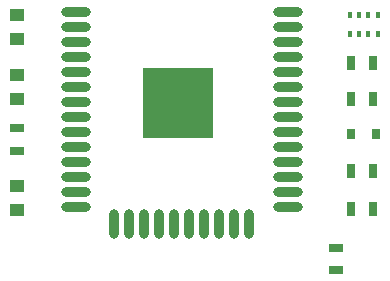
<source format=gtp>
G04 #@! TF.FileFunction,Paste,Top*
%FSLAX46Y46*%
G04 Gerber Fmt 4.6, Leading zero omitted, Abs format (unit mm)*
G04 Created by KiCad (PCBNEW 4.0.7) date Thursday, February 01, 2018 'PMt' 05:23:04 PM*
%MOMM*%
%LPD*%
G01*
G04 APERTURE LIST*
%ADD10C,0.100000*%
%ADD11R,0.400000X0.500000*%
%ADD12R,0.700000X1.300000*%
%ADD13R,0.800000X0.900000*%
%ADD14R,1.300000X0.700000*%
%ADD15O,2.500000X0.900000*%
%ADD16O,0.900000X2.500000*%
%ADD17R,6.000000X6.000000*%
%ADD18R,1.250000X1.000000*%
G04 APERTURE END LIST*
D10*
D11*
X134061000Y-95072000D03*
X133261000Y-95072000D03*
X132461000Y-95072000D03*
X131661000Y-95072000D03*
X131661000Y-93472000D03*
X132461000Y-93472000D03*
X133261000Y-93472000D03*
X134061000Y-93472000D03*
D12*
X133665000Y-100584000D03*
X131765000Y-100584000D03*
D13*
X133892000Y-103505000D03*
X131792000Y-103505000D03*
D12*
X133665000Y-109855000D03*
X131765000Y-109855000D03*
D14*
X130556000Y-115062000D03*
X130556000Y-113162000D03*
D15*
X126475000Y-93175000D03*
X126475000Y-94445000D03*
X126475000Y-95715000D03*
X126475000Y-96985000D03*
X126475000Y-98255000D03*
X126475000Y-99525000D03*
X126475000Y-100795000D03*
X126475000Y-102065000D03*
X126475000Y-103335000D03*
X126475000Y-104605000D03*
X126475000Y-105875000D03*
X126475000Y-107145000D03*
X126475000Y-108415000D03*
X126475000Y-109685000D03*
D16*
X123190000Y-111175000D03*
X121920000Y-111175000D03*
X120650000Y-111175000D03*
X119380000Y-111175000D03*
X118110000Y-111175000D03*
X116840000Y-111175000D03*
X115570000Y-111175000D03*
X114300000Y-111175000D03*
X113030000Y-111175000D03*
X111760000Y-111175000D03*
D15*
X108475000Y-109685000D03*
X108475000Y-108415000D03*
X108475000Y-107145000D03*
X108475000Y-105875000D03*
X108475000Y-104605000D03*
X108475000Y-103335000D03*
X108475000Y-102065000D03*
X108475000Y-100795000D03*
X108475000Y-99525000D03*
X108475000Y-98255000D03*
X108475000Y-96985000D03*
X108475000Y-95715000D03*
X108475000Y-94445000D03*
X108475000Y-93175000D03*
D17*
X117175000Y-100875000D03*
D14*
X103505000Y-104963000D03*
X103505000Y-103063000D03*
D18*
X103505000Y-109966000D03*
X103505000Y-107966000D03*
X103505000Y-95488000D03*
X103505000Y-93488000D03*
X103505000Y-100568000D03*
X103505000Y-98568000D03*
D12*
X133665000Y-106680000D03*
X131765000Y-106680000D03*
X133665000Y-97536000D03*
X131765000Y-97536000D03*
M02*

</source>
